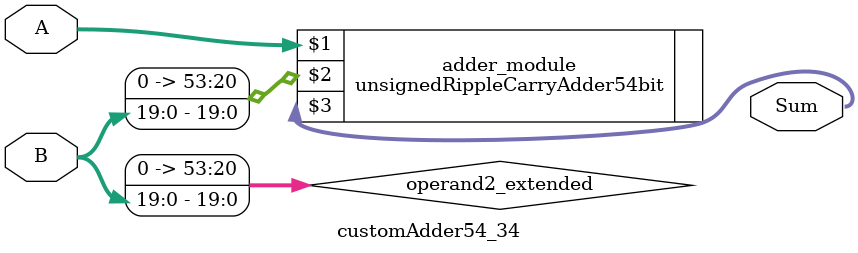
<source format=v>
module customAdder54_34(
                        input [53 : 0] A,
                        input [19 : 0] B,
                        
                        output [54 : 0] Sum
                );

        wire [53 : 0] operand2_extended;
        
        assign operand2_extended =  {34'b0, B};
        
        unsignedRippleCarryAdder54bit adder_module(
            A,
            operand2_extended,
            Sum
        );
        
        endmodule
        
</source>
